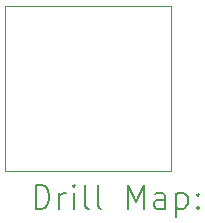
<source format=gbr>
%TF.GenerationSoftware,KiCad,Pcbnew,7.0.6*%
%TF.CreationDate,2024-02-16T19:59:31+01:00*%
%TF.ProjectId,minitari,6d696e69-7461-4726-992e-6b696361645f,rev?*%
%TF.SameCoordinates,Original*%
%TF.FileFunction,Drillmap*%
%TF.FilePolarity,Positive*%
%FSLAX45Y45*%
G04 Gerber Fmt 4.5, Leading zero omitted, Abs format (unit mm)*
G04 Created by KiCad (PCBNEW 7.0.6) date 2024-02-16 19:59:31*
%MOMM*%
%LPD*%
G01*
G04 APERTURE LIST*
%ADD10C,0.100000*%
%ADD11C,0.200000*%
G04 APERTURE END LIST*
D10*
X11234298Y-6440000D02*
X12634298Y-6440000D01*
X12634298Y-7840000D01*
X11234298Y-7840000D01*
X11234298Y-6440000D01*
D11*
X11490074Y-8156484D02*
X11490074Y-7956484D01*
X11490074Y-7956484D02*
X11537693Y-7956484D01*
X11537693Y-7956484D02*
X11566265Y-7966008D01*
X11566265Y-7966008D02*
X11585312Y-7985055D01*
X11585312Y-7985055D02*
X11594836Y-8004103D01*
X11594836Y-8004103D02*
X11604360Y-8042198D01*
X11604360Y-8042198D02*
X11604360Y-8070769D01*
X11604360Y-8070769D02*
X11594836Y-8108865D01*
X11594836Y-8108865D02*
X11585312Y-8127912D01*
X11585312Y-8127912D02*
X11566265Y-8146960D01*
X11566265Y-8146960D02*
X11537693Y-8156484D01*
X11537693Y-8156484D02*
X11490074Y-8156484D01*
X11690074Y-8156484D02*
X11690074Y-8023150D01*
X11690074Y-8061246D02*
X11699598Y-8042198D01*
X11699598Y-8042198D02*
X11709122Y-8032674D01*
X11709122Y-8032674D02*
X11728170Y-8023150D01*
X11728170Y-8023150D02*
X11747217Y-8023150D01*
X11813884Y-8156484D02*
X11813884Y-8023150D01*
X11813884Y-7956484D02*
X11804360Y-7966008D01*
X11804360Y-7966008D02*
X11813884Y-7975531D01*
X11813884Y-7975531D02*
X11823408Y-7966008D01*
X11823408Y-7966008D02*
X11813884Y-7956484D01*
X11813884Y-7956484D02*
X11813884Y-7975531D01*
X11937693Y-8156484D02*
X11918646Y-8146960D01*
X11918646Y-8146960D02*
X11909122Y-8127912D01*
X11909122Y-8127912D02*
X11909122Y-7956484D01*
X12042455Y-8156484D02*
X12023408Y-8146960D01*
X12023408Y-8146960D02*
X12013884Y-8127912D01*
X12013884Y-8127912D02*
X12013884Y-7956484D01*
X12271027Y-8156484D02*
X12271027Y-7956484D01*
X12271027Y-7956484D02*
X12337693Y-8099341D01*
X12337693Y-8099341D02*
X12404360Y-7956484D01*
X12404360Y-7956484D02*
X12404360Y-8156484D01*
X12585312Y-8156484D02*
X12585312Y-8051722D01*
X12585312Y-8051722D02*
X12575789Y-8032674D01*
X12575789Y-8032674D02*
X12556741Y-8023150D01*
X12556741Y-8023150D02*
X12518646Y-8023150D01*
X12518646Y-8023150D02*
X12499598Y-8032674D01*
X12585312Y-8146960D02*
X12566265Y-8156484D01*
X12566265Y-8156484D02*
X12518646Y-8156484D01*
X12518646Y-8156484D02*
X12499598Y-8146960D01*
X12499598Y-8146960D02*
X12490074Y-8127912D01*
X12490074Y-8127912D02*
X12490074Y-8108865D01*
X12490074Y-8108865D02*
X12499598Y-8089817D01*
X12499598Y-8089817D02*
X12518646Y-8080293D01*
X12518646Y-8080293D02*
X12566265Y-8080293D01*
X12566265Y-8080293D02*
X12585312Y-8070769D01*
X12680551Y-8023150D02*
X12680551Y-8223150D01*
X12680551Y-8032674D02*
X12699598Y-8023150D01*
X12699598Y-8023150D02*
X12737693Y-8023150D01*
X12737693Y-8023150D02*
X12756741Y-8032674D01*
X12756741Y-8032674D02*
X12766265Y-8042198D01*
X12766265Y-8042198D02*
X12775789Y-8061246D01*
X12775789Y-8061246D02*
X12775789Y-8118388D01*
X12775789Y-8118388D02*
X12766265Y-8137436D01*
X12766265Y-8137436D02*
X12756741Y-8146960D01*
X12756741Y-8146960D02*
X12737693Y-8156484D01*
X12737693Y-8156484D02*
X12699598Y-8156484D01*
X12699598Y-8156484D02*
X12680551Y-8146960D01*
X12861503Y-8137436D02*
X12871027Y-8146960D01*
X12871027Y-8146960D02*
X12861503Y-8156484D01*
X12861503Y-8156484D02*
X12851979Y-8146960D01*
X12851979Y-8146960D02*
X12861503Y-8137436D01*
X12861503Y-8137436D02*
X12861503Y-8156484D01*
X12861503Y-8032674D02*
X12871027Y-8042198D01*
X12871027Y-8042198D02*
X12861503Y-8051722D01*
X12861503Y-8051722D02*
X12851979Y-8042198D01*
X12851979Y-8042198D02*
X12861503Y-8032674D01*
X12861503Y-8032674D02*
X12861503Y-8051722D01*
M02*

</source>
